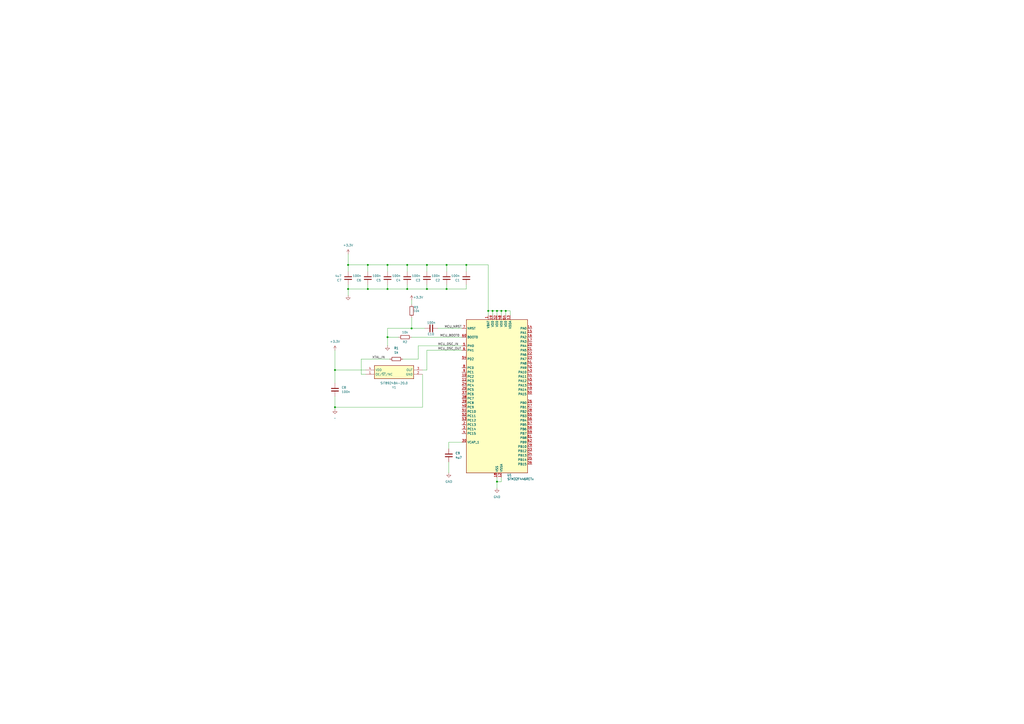
<source format=kicad_sch>
(kicad_sch (version 20250114) (generator "eeschema") (generator_version "9.0")
  (paper "A2")
  (lib_symbols
    (symbol "Device:C" (pin_numbers (hide yes)) (pin_names (offset 0.254))
      (property "Reference" "C" (at 0.635 2.54 0))
      (property "Value" "C" (at 0.635 -2.54 0))
      (symbol "C_0_1"
        (polyline (pts (xy -2.032 0.762) (xy 2.032 0.762)) (stroke (width 0.508)))
        (polyline (pts (xy -2.032 -0.762) (xy 2.032 -0.762)) (stroke (width 0.508)))
      )
      (symbol "C_1_1"
        (pin passive line (at 0 3.81 270) (length 2.794) (name "~") (number "1"))
        (pin passive line (at 0 -3.81 90) (length 2.794) (name "~") (number "2"))
      )
    )
    (symbol "Device:R" (pin_numbers (hide yes)) (pin_names (offset 0))
      (property "Reference" "R" (at 2.032 0 90))
      (property "Value" "R" (at 0 0 90))
      (symbol "R_0_1"
        (rectangle (start -1.016 -2.54) (end 1.016 2.54) (stroke (width 0.254)))
      )
      (symbol "R_1_1"
        (pin passive line (at 0 3.81 270) (length 1.27) (name "~") (number "1"))
        (pin passive line (at 0 -3.81 90) (length 1.27) (name "~") (number "2"))
      )
    )
    (symbol "MCU_ST_STM32F4:STM32F446RETx"
      (property "Reference" "U" (at -17.78 46.99 0))
      (property "Value" "STM32F446RETx" (at 10.16 46.99 0))
      (symbol "STM32F446RETx_0_1"
        (rectangle (start -17.78 -43.18) (end 17.78 45.72) (stroke (width 0.254)) (fill (type background)))
      )
      (symbol "STM32F446RETx_1_1"
        (pin input line (at -20.32 40.64 0) (length 2.54) (name "NRST") (number "7"))
        (pin input line (at -20.32 35.56 0) (length 2.54) (name "BOOT0") (number "60"))
        (pin bidirectional line (at -20.32 30.48 0) (length 2.54) (name "PH0") (number "5"))
        (pin bidirectional line (at -20.32 27.94 0) (length 2.54) (name "PH1") (number "6"))
        (pin bidirectional line (at -20.32 22.86 0) (length 2.54) (name "PD2") (number "54"))
        (pin bidirectional line (at -20.32 17.78 0) (length 2.54) (name "PC0") (number "8"))
        (pin bidirectional line (at -20.32 15.24 0) (length 2.54) (name "PC1") (number "9"))
        (pin bidirectional line (at -20.32 12.7 0) (length 2.54) (name "PC2") (number "10"))
        (pin bidirectional line (at -20.32 10.16 0) (length 2.54) (name "PC3") (number "11"))
        (pin bidirectional line (at -20.32 7.62 0) (length 2.54) (name "PC4") (number "24"))
        (pin bidirectional line (at -20.32 5.08 0) (length 2.54) (name "PC5") (number "25"))
        (pin bidirectional line (at -20.32 2.54 0) (length 2.54) (name "PC6") (number "37"))
        (pin bidirectional line (at -20.32 0 0) (length 2.54) (name "PC7") (number "38"))
        (pin bidirectional line (at -20.32 -2.54 0) (length 2.54) (name "PC8") (number "39"))
        (pin bidirectional line (at -20.32 -5.08 0) (length 2.54) (name "PC9") (number "40"))
        (pin bidirectional line (at -20.32 -7.62 0) (length 2.54) (name "PC10") (number "51"))
        (pin bidirectional line (at -20.32 -10.16 0) (length 2.54) (name "PC11") (number "52"))
        (pin bidirectional line (at -20.32 -12.7 0) (length 2.54) (name "PC12") (number "53"))
        (pin bidirectional line (at -20.32 -15.24 0) (length 2.54) (name "PC13") (number "2"))
        (pin bidirectional line (at -20.32 -17.78 0) (length 2.54) (name "PC14") (number "3"))
        (pin bidirectional line (at -20.32 -20.32 0) (length 2.54) (name "PC15") (number "4"))
        (pin power_out line (at -20.32 -25.4 0) (length 2.54) (name "VCAP_1") (number "30"))
        (pin power_in line (at -5.08 48.26 270) (length 2.54) (name "VBAT") (number "1"))
        (pin power_in line (at -2.54 48.26 270) (length 2.54) (name "VDD") (number "19"))
        (pin power_in line (at 0 48.26 270) (length 2.54) (name "VDD") (number "32"))
        (pin power_in line (at 0 -45.72 90) (length 2.54) (name "VSS") (number "18"))
        (pin passive line (at 0 -45.72 90) (length 2.54) (hide yes) (name "VSS") (number "31"))
        (pin passive line (at 0 -45.72 90) (length 2.54) (hide yes) (name "VSS") (number "47"))
        (pin passive line (at 0 -45.72 90) (length 2.54) (hide yes) (name "VSS") (number "63"))
        (pin power_in line (at 2.54 48.26 270) (length 2.54) (name "VDD") (number "48"))
        (pin power_in line (at 2.54 -45.72 90) (length 2.54) (name "VSSA") (number "12"))
        (pin power_in line (at 5.08 48.26 270) (length 2.54) (name "VDD") (number "64"))
        (pin power_in line (at 7.62 48.26 270) (length 2.54) (name "VDDA") (number "13"))
        (pin bidirectional line (at 20.32 40.64 180) (length 2.54) (name "PA0") (number "14"))
        (pin bidirectional line (at 20.32 38.1 180) (length 2.54) (name "PA1") (number "15"))
        (pin bidirectional line (at 20.32 35.56 180) (length 2.54) (name "PA2") (number "16"))
        (pin bidirectional line (at 20.32 33.02 180) (length 2.54) (name "PA3") (number "17"))
        (pin bidirectional line (at 20.32 30.48 180) (length 2.54) (name "PA4") (number "20"))
        (pin bidirectional line (at 20.32 27.94 180) (length 2.54) (name "PA5") (number "21"))
        (pin bidirectional line (at 20.32 25.4 180) (length 2.54) (name "PA6") (number "22"))
        (pin bidirectional line (at 20.32 22.86 180) (length 2.54) (name "PA7") (number "23"))
        (pin bidirectional line (at 20.32 20.32 180) (length 2.54) (name "PA8") (number "41"))
        (pin bidirectional line (at 20.32 17.78 180) (length 2.54) (name "PA9") (number "42"))
        (pin bidirectional line (at 20.32 15.24 180) (length 2.54) (name "PA10") (number "43"))
        (pin bidirectional line (at 20.32 12.7 180) (length 2.54) (name "PA11") (number "44"))
        (pin bidirectional line (at 20.32 10.16 180) (length 2.54) (name "PA12") (number "45"))
        (pin bidirectional line (at 20.32 7.62 180) (length 2.54) (name "PA13") (number "46"))
        (pin bidirectional line (at 20.32 5.08 180) (length 2.54) (name "PA14") (number "49"))
        (pin bidirectional line (at 20.32 2.54 180) (length 2.54) (name "PA15") (number "50"))
        (pin bidirectional line (at 20.32 -2.54 180) (length 2.54) (name "PB0") (number "26"))
        (pin bidirectional line (at 20.32 -5.08 180) (length 2.54) (name "PB1") (number "27"))
        (pin bidirectional line (at 20.32 -7.62 180) (length 2.54) (name "PB2") (number "28"))
        (pin bidirectional line (at 20.32 -10.16 180) (length 2.54) (name "PB3") (number "55"))
        (pin bidirectional line (at 20.32 -12.7 180) (length 2.54) (name "PB4") (number "56"))
        (pin bidirectional line (at 20.32 -15.24 180) (length 2.54) (name "PB5") (number "57"))
        (pin bidirectional line (at 20.32 -17.78 180) (length 2.54) (name "PB6") (number "58"))
        (pin bidirectional line (at 20.32 -20.32 180) (length 2.54) (name "PB7") (number "59"))
        (pin bidirectional line (at 20.32 -22.86 180) (length 2.54) (name "PB8") (number "61"))
        (pin bidirectional line (at 20.32 -25.4 180) (length 2.54) (name "PB9") (number "62"))
        (pin bidirectional line (at 20.32 -27.94 180) (length 2.54) (name "PB10") (number "29"))
        (pin bidirectional line (at 20.32 -30.48 180) (length 2.54) (name "PB12") (number "33"))
        (pin bidirectional line (at 20.32 -33.02 180) (length 2.54) (name "PB13") (number "34"))
        (pin bidirectional line (at 20.32 -35.56 180) (length 2.54) (name "PB14") (number "35"))
        (pin bidirectional line (at 20.32 -38.1 180) (length 2.54) (name "PB15") (number "36"))
      )
    )
    (symbol "SIT8924BA-22-33E-20_000000:SIT8924BA-22-33E-20.000000"
      (property "Reference" "Y" (at 29.21 7.62 0))
      (property "Value" "SIT8924BA-22-33E-20.000000" (at 29.21 5.08 0))
      (symbol "SIT8924BA-22-33E-20.000000_1_1"
        (rectangle (start 5.08 2.54) (end 27.94 -5.08) (stroke (width 0.254)) (fill (type background)))
        (pin passive line (at 0 0 0) (length 5.08) (name "VDD") (number "4"))
        (pin passive line (at 0 -2.54 0) (length 5.08) (name "OE/~{ST}/NC") (number "1"))
        (pin passive line (at 33.02 0 180) (length 5.08) (name "OUT") (number "3"))
        (pin passive line (at 33.02 -2.54 180) (length 5.08) (name "GND") (number "2"))
      )
    )
    (symbol "power:+3.3V" (power) (pin_numbers (hide yes)) (pin_names (offset 0) (hide yes))
      (property "Value" "+3.3V" (at 0 3.556 0))
      (symbol "+3.3V_0_1"
        (polyline (pts (xy -0.762 1.27) (xy 0 2.54)))
        (polyline (pts (xy 0 2.54) (xy 0.762 1.27)))
        (polyline (pts (xy 0 0) (xy 0 2.54)))
      )
      (symbol "+3.3V_1_1"
        (pin power_in line (at 0 0 90) (length 0) (name "~") (number "1"))
      )
    )
    (symbol "power:GND" (power) (pin_numbers (hide yes)) (pin_names (offset 0) (hide yes))
      (property "Value" "GND" (at 0 -3.81 0))
      (symbol "GND_0_1"
        (polyline (pts (xy 0 0) (xy 0 -1.27) (xy 1.27 -1.27) (xy 0 -2.54) (xy -1.27 -1.27) (xy 0 -1.27)))
      )
      (symbol "GND_1_1"
        (pin power_in line (at 0 0 270) (length 0) (name "~") (number "1"))
      )
    )
  )
  (junction (at 290.83 180.34))
  (junction (at 213.36 167.64))
  (junction (at 201.93 153.67))
  (junction (at 194.31 214.63))
  (junction (at 259.08 167.64))
  (junction (at 270.51 153.67))
  (junction (at 283.21 180.34))
  (junction (at 238.76 190.5))
  (junction (at 224.79 153.67))
  (junction (at 236.22 167.64))
  (junction (at 224.79 167.64))
  (junction (at 224.79 195.58))
  (junction (at 194.31 236.22))
  (junction (at 247.65 167.64))
  (junction (at 293.37 180.34))
  (junction (at 288.29 180.34))
  (junction (at 259.08 153.67))
  (junction (at 288.29 279.4))
  (junction (at 285.75 180.34))
  (junction (at 236.22 153.67))
  (junction (at 213.36 153.67))
  (junction (at 247.65 153.67))
  (junction (at 201.93 167.64))
  (wire (pts (xy 247.65 167.64) (xy 259.08 167.64)))
  (wire (pts (xy 194.31 214.63) (xy 212.09 214.63)))
  (wire (pts (xy 224.79 167.64) (xy 236.22 167.64)))
  (wire (pts (xy 290.83 276.86) (xy 290.83 279.4)))
  (wire (pts (xy 213.36 165.1) (xy 213.36 167.64)))
  (wire (pts (xy 288.29 180.34) (xy 288.29 182.88)))
  (wire (pts (xy 238.76 195.58) (xy 267.97 195.58)))
  (wire (pts (xy 238.76 173.99) (xy 238.76 176.53)))
  (wire (pts (xy 213.36 153.67) (xy 213.36 157.48)))
  (wire (pts (xy 201.93 167.64) (xy 213.36 167.64)))
  (wire (pts (xy 288.29 180.34) (xy 290.83 180.34)))
  (wire (pts (xy 254 190.5) (xy 267.97 190.5)))
  (wire (pts (xy 295.91 182.88) (xy 295.91 180.34)))
  (wire (pts (xy 290.83 180.34) (xy 293.37 180.34)))
  (wire (pts (xy 236.22 165.1) (xy 236.22 167.64)))
  (wire (pts (xy 245.11 217.17) (xy 245.11 236.22)))
  (wire (pts (xy 194.31 214.63) (xy 194.31 222.25)))
  (wire (pts (xy 238.76 184.15) (xy 238.76 190.5)))
  (wire (pts (xy 247.65 214.63) (xy 245.11 214.63)))
  (wire (pts (xy 236.22 167.64) (xy 247.65 167.64)))
  (wire (pts (xy 201.93 167.64) (xy 201.93 171.45)))
  (wire (pts (xy 293.37 182.88) (xy 293.37 180.34)))
  (wire (pts (xy 194.31 236.22) (xy 245.11 236.22)))
  (wire (pts (xy 209.55 208.28) (xy 209.55 217.17)))
  (wire (pts (xy 283.21 180.34) (xy 285.75 180.34)))
  (wire (pts (xy 194.31 229.87) (xy 194.31 236.22)))
  (wire (pts (xy 224.79 153.67) (xy 224.79 157.48)))
  (wire (pts (xy 201.93 147.32) (xy 201.93 153.67)))
  (wire (pts (xy 201.93 153.67) (xy 201.93 157.48)))
  (wire (pts (xy 224.79 195.58) (xy 231.14 195.58)))
  (wire (pts (xy 270.51 153.67) (xy 270.51 157.48)))
  (wire (pts (xy 283.21 180.34) (xy 283.21 153.67)))
  (wire (pts (xy 224.79 190.5) (xy 224.79 195.58)))
  (wire (pts (xy 247.65 203.2) (xy 267.97 203.2)))
  (wire (pts (xy 247.65 153.67) (xy 259.08 153.67)))
  (wire (pts (xy 247.65 165.1) (xy 247.65 167.64)))
  (wire (pts (xy 194.31 203.2) (xy 194.31 214.63)))
  (wire (pts (xy 288.29 279.4) (xy 290.83 279.4)))
  (wire (pts (xy 259.08 153.67) (xy 259.08 157.48)))
  (wire (pts (xy 242.57 208.28) (xy 242.57 200.66)))
  (wire (pts (xy 201.93 153.67) (xy 213.36 153.67)))
  (wire (pts (xy 201.93 165.1) (xy 201.93 167.64)))
  (wire (pts (xy 260.35 267.97) (xy 260.35 274.32)))
  (wire (pts (xy 270.51 165.1) (xy 270.51 167.64)))
  (wire (pts (xy 213.36 167.64) (xy 224.79 167.64)))
  (wire (pts (xy 259.08 153.67) (xy 270.51 153.67)))
  (wire (pts (xy 213.36 153.67) (xy 224.79 153.67)))
  (wire (pts (xy 224.79 165.1) (xy 224.79 167.64)))
  (wire (pts (xy 238.76 190.5) (xy 246.38 190.5)))
  (wire (pts (xy 288.29 279.4) (xy 288.29 283.21)))
  (wire (pts (xy 290.83 180.34) (xy 290.83 182.88)))
  (wire (pts (xy 238.76 190.5) (xy 224.79 190.5)))
  (wire (pts (xy 259.08 167.64) (xy 270.51 167.64)))
  (wire (pts (xy 233.68 208.28) (xy 242.57 208.28)))
  (wire (pts (xy 285.75 180.34) (xy 288.29 180.34)))
  (wire (pts (xy 226.06 208.28) (xy 209.55 208.28)))
  (wire (pts (xy 285.75 180.34) (xy 285.75 182.88)))
  (wire (pts (xy 260.35 256.54) (xy 260.35 260.35)))
  (wire (pts (xy 224.79 153.67) (xy 236.22 153.67)))
  (wire (pts (xy 293.37 180.34) (xy 295.91 180.34)))
  (wire (pts (xy 247.65 153.67) (xy 247.65 157.48)))
  (wire (pts (xy 224.79 195.58) (xy 224.79 200.66)))
  (wire (pts (xy 194.31 236.22) (xy 194.31 237.49)))
  (wire (pts (xy 267.97 256.54) (xy 260.35 256.54)))
  (wire (pts (xy 242.57 200.66) (xy 267.97 200.66)))
  (wire (pts (xy 283.21 153.67) (xy 270.51 153.67)))
  (wire (pts (xy 283.21 182.88) (xy 283.21 180.34)))
  (wire (pts (xy 209.55 217.17) (xy 212.09 217.17)))
  (wire (pts (xy 236.22 153.67) (xy 236.22 157.48)))
  (wire (pts (xy 247.65 203.2) (xy 247.65 214.63)))
  (wire (pts (xy 288.29 276.86) (xy 288.29 279.4)))
  (wire (pts (xy 236.22 153.67) (xy 247.65 153.67)))
  (wire (pts (xy 259.08 165.1) (xy 259.08 167.64)))
  (label "MCU_OSC_OUT" (at 254 203.2 0))
  (label "MCU_NRST" (at 257.81 190.5 0))
  (label "MCU_BOOT0" (at 255.27 195.58 0))
  (label "MCU_OSC_IN" (at 254 200.66 0))
  (label "XTAL_IN" (at 215.9 208.28 0))
  (symbol (lib_id "power:GND") (at 260.35 274.32 0) (unit 1)
    (property "Reference" "#PWR06" (effects (hide yes)))
    (property "Value" "GND" (at 260.35 279.4 0))
    (property "Description" "Power symbol creates a global label with name \"GND\" , ground" (effects (hide yes)))
  )
  (symbol (lib_id "power:+3.3V") (at 238.76 173.99 0) (unit 1)
    (property "Reference" "#PWR08" (effects (hide yes)))
    (property "Value" "+3.3V" (at 242.57 172.466 0))
    (property "Description" "Power symbol creates a global label with name \"+3.3V\"" (effects (hide yes)))
  )
  (symbol (lib_id "Device:C") (at 213.36 161.29 180) (unit 1)
    (property "Reference" "C6" (at 209.55 162.5601 0) (effects (justify left)))
    (property "Value" "100n" (at 209.55 160.0201 0) (effects (justify left)))
    (property "Description" "Unpolarized capacitor" (effects (hide yes)))
  )
  (symbol (lib_id "Device:C") (at 247.65 161.29 180) (unit 1)
    (property "Reference" "C3" (at 243.84 162.5601 0) (effects (justify left)))
    (property "Value" "100n" (at 243.84 160.0201 0) (effects (justify left)))
    (property "Description" "Unpolarized capacitor" (effects (hide yes)))
  )
  (symbol (lib_id "Device:R") (at 238.76 180.34 180) (unit 1)
    (property "Reference" "R3" (at 241.3 178.308 0))
    (property "Value" "10k" (at 241.554 180.34 0))
    (property "Description" "Resistor" (effects (hide yes)))
  )
  (symbol (lib_id "power:GND") (at 224.79 200.66 0) (unit 1)
    (property "Reference" "#PWR07" (effects (hide yes)))
    (property "Description" "Power symbol creates a global label with name \"GND\" , ground" (effects (hide yes)))
  )
  (symbol (lib_id "Device:C") (at 270.51 161.29 180) (unit 1)
    (property "Reference" "C1" (at 266.7 162.5601 0) (effects (justify left)))
    (property "Value" "100n" (at 266.7 160.0201 0) (effects (justify left)))
    (property "Description" "Unpolarized capacitor" (effects (hide yes)))
  )
  (symbol (lib_id "Device:R") (at 234.95 195.58 270) (unit 1)
    (property "Reference" "R2" (at 234.95 198.374 90))
    (property "Value" "10k" (at 234.95 192.786 90))
    (property "Description" "Resistor" (effects (hide yes)))
  )
  (symbol (lib_id "Device:C") (at 201.93 161.29 180) (unit 1)
    (property "Reference" "C7" (at 198.12 162.5601 0) (effects (justify left)))
    (property "Value" "4u7" (at 198.12 160.0201 0) (effects (justify left)))
    (property "Description" "Unpolarized capacitor" (effects (hide yes)))
  )
  (symbol (lib_id "Device:C") (at 259.08 161.29 180) (unit 1)
    (property "Reference" "C2" (at 255.27 162.5601 0) (effects (justify left)))
    (property "Value" "100n" (at 255.27 160.0201 0) (effects (justify left)))
    (property "Description" "Unpolarized capacitor" (effects (hide yes)))
  )
  (symbol (lib_id "Device:C") (at 194.31 226.06 0) (unit 1)
    (property "Reference" "C8" (at 198.12 224.7899 0) (effects (justify left)))
    (property "Value" "100n" (at 198.12 227.3299 0) (effects (justify left)))
    (property "Description" "Unpolarized capacitor" (effects (hide yes)))
  )
  (symbol (lib_id "Device:R") (at 229.87 208.28 270) (unit 1)
    (property "Reference" "R1" (at 229.87 201.93 90))
    (property "Value" "1k" (at 229.87 204.47 90))
    (property "Description" "Resistor" (effects (hide yes)))
  )
  (symbol (lib_id "SIT8924BA-22-33E-20_000000:SIT8924BA-22-33E-20.000000") (at 212.09 214.63 0) (unit 1)
    (property "Reference" "Y1" (at 228.6 224.79 0))
    (property "Value" "SIT8924BA-20.0" (at 228.6 222.25 0))
    (property "Footprint" "QFN_3225_4pins" (effects (hide yes)))
    (property "Datasheet" "https://www.sitime.com/support/resource-library/datasheets/sit8924-datasheet" (effects (hide yes)))
    (property "Description" "Automotive AEC-Q100 Oscillator" (effects (hide yes)))
    (property "Height" "0.8" (effects (hide yes)))
    (property "Manufacturer_Name" "SiTime" (effects (hide yes)))
    (property "Manufacturer_Part_Number" "SIT8924BA-22-33E-20.000000" (effects (hide yes)))
  )
  (symbol (lib_id "Device:C") (at 224.79 161.29 180) (unit 1)
    (property "Reference" "C5" (at 220.98 162.5601 0) (effects (justify left)))
    (property "Value" "100n" (at 220.98 160.0201 0) (effects (justify left)))
    (property "Description" "Unpolarized capacitor" (effects (hide yes)))
  )
  (symbol (lib_id "power:+3.3V") (at 194.31 203.2 0) (unit 1)
    (property "Reference" "#PWR04" (effects (hide yes)))
    (property "Value" "+3.3V" (at 194.31 198.12 0))
    (property "Description" "Power symbol creates a global label with name \"+3.3V\"" (effects (hide yes)))
  )
  (symbol (lib_id "MCU_ST_STM32F4:STM32F446RETx") (at 288.29 231.14 0) (unit 1)
    (property "Reference" "U1" (at 294.132 275.59 0) (effects (justify left)))
    (property "Value" "STM32F446RETx" (at 294.2747 277.876 0) (effects (justify left)))
    (property "Footprint" "Package_QFP:LQFP-64_10x10mm_P0.5mm" (effects (hide yes)))
    (property "Datasheet" "https://www.st.com/resource/en/datasheet/stm32f446re.pdf" (effects (hide yes)))
    (property "Description" "STMicroelectronics Arm Cortex-M4 MCU, 512KB flash, 128KB RAM, 180 MHz, 1.8-3.6V, 50 GPIO, LQFP64" (effects (hide yes)))
  )
  (symbol (lib_id "Device:C") (at 236.22 161.29 180) (unit 1)
    (property "Reference" "C4" (at 232.41 162.5601 0) (effects (justify left)))
    (property "Value" "100n" (at 232.41 160.0201 0) (effects (justify left)))
    (property "Description" "Unpolarized capacitor" (effects (hide yes)))
  )
  (symbol (lib_id "Device:C") (at 260.35 264.16 0) (unit 1)
    (property "Reference" "C9" (at 264.16 262.8899 0) (effects (justify left)))
    (property "Value" "4u7" (at 264.16 265.4299 0) (effects (justify left)))
    (property "Description" "Unpolarized capacitor" (effects (hide yes)))
  )
  (symbol (lib_id "power:GND") (at 288.29 283.21 0) (unit 1)
    (property "Reference" "#PWR03" (effects (hide yes)))
    (property "Value" "GND" (at 288.29 288.29 0))
    (property "Description" "Power symbol creates a global label with name \"GND\" , ground" (effects (hide yes)))
  )
  (symbol (lib_id "power:GND") (at 201.93 171.45 0) (unit 1)
    (property "Reference" "#PWR01" (effects (hide yes)))
    (property "Description" "Power symbol creates a global label with name \"GND\" , ground" (effects (hide yes)))
  )
  (symbol (lib_id "power:+3.3V") (at 201.93 147.32 0) (unit 1)
    (property "Reference" "#PWR02" (effects (hide yes)))
    (property "Value" "+3.3V" (at 201.93 142.24 0))
    (property "Description" "Power symbol creates a global label with name \"+3.3V\"" (effects (hide yes)))
  )
  (symbol (lib_id "power:GND") (at 194.31 237.49 0) (unit 1)
    (property "Reference" "#PWR05" (effects (hide yes)))
    (property "Value" "~" (at 194.31 242.57 0))
    (property "Description" "Power symbol creates a global label with name \"GND\" , ground" (effects (hide yes)))
  )
  (symbol (lib_id "Device:C") (at 250.19 190.5 90) (unit 1)
    (property "Reference" "C10" (at 249.936 193.802 90))
    (property "Value" "100n" (at 250.19 187.198 90))
    (property "Description" "Unpolarized capacitor" (effects (hide yes)))
  )
)
</source>
